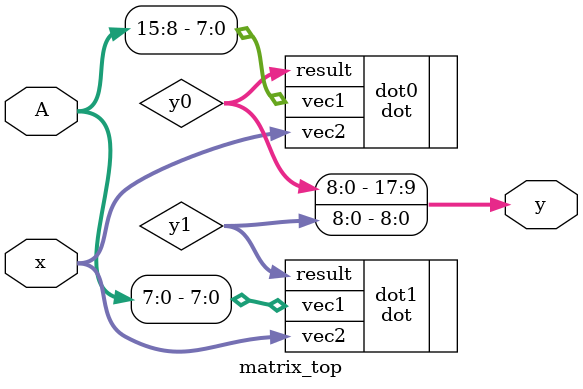
<source format=v>
module matrix_top(
    input  [15:0] A, 
    input  [7:0]  x, 
    output [17:0] y  
);
    wire [8:0] y0, y1;
    
    dot dot0 (.vec1(A[15:8]), .vec2(x), .result(y0)); 
    dot dot1 (.vec1(A[7:0]),  .vec2(x), .result(y1)); 
    
    assign y = {y0, y1};
endmodule

</source>
